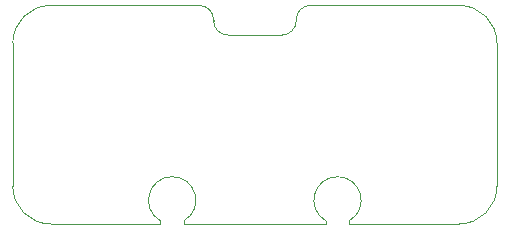
<source format=gbr>
%TF.GenerationSoftware,KiCad,Pcbnew,(6.0.2)*%
%TF.CreationDate,2022-03-13T20:14:31-04:00*%
%TF.ProjectId,Daughterboard-holder,44617567-6874-4657-9262-6f6172642d68,rev?*%
%TF.SameCoordinates,Original*%
%TF.FileFunction,Profile,NP*%
%FSLAX46Y46*%
G04 Gerber Fmt 4.6, Leading zero omitted, Abs format (unit mm)*
G04 Created by KiCad (PCBNEW (6.0.2)) date 2022-03-13 20:14:31*
%MOMM*%
%LPD*%
G01*
G04 APERTURE LIST*
%TA.AperFunction,Profile*%
%ADD10C,0.100000*%
%TD*%
G04 APERTURE END LIST*
D10*
X39250000Y-33500000D02*
X50750000Y-33500000D01*
X30500000Y-34800000D02*
X30500000Y-34700000D01*
X38700000Y-33500000D02*
G75*
G03*
X37499998Y-34699998I-3J-1199999D01*
G01*
X42000000Y-51732050D02*
X42000000Y-52000000D01*
X16700000Y-33500000D02*
X29300000Y-33500000D01*
X13500000Y-48800000D02*
G75*
G03*
X16700000Y-52000000I3199999J-1D01*
G01*
X28000000Y-52000000D02*
X40000000Y-52000000D01*
X50750000Y-33500000D02*
X51300000Y-33500000D01*
X13500000Y-48800000D02*
X13500000Y-36700000D01*
X16700000Y-33500000D02*
G75*
G03*
X13500000Y-36700000I-1J-3199999D01*
G01*
X42000000Y-51732050D02*
G75*
G03*
X40000001Y-51732050I-1000000J1732050D01*
G01*
X42000000Y-52000000D02*
X51300000Y-52000000D01*
X30500000Y-34700000D02*
G75*
G03*
X29300000Y-33500000I-1200000J0D01*
G01*
X39250000Y-33500000D02*
X38700000Y-33500000D01*
X36300000Y-36000000D02*
X31700000Y-36000000D01*
X28000000Y-51732050D02*
G75*
G03*
X26000001Y-51732050I-1000000J1732050D01*
G01*
X28000000Y-51732050D02*
X28000000Y-52000000D01*
X40000000Y-52000000D02*
X40000000Y-51732050D01*
X51300000Y-52000000D02*
G75*
G03*
X54500000Y-48800000I1J3199999D01*
G01*
X26000000Y-52000000D02*
X26000000Y-51732050D01*
X36300000Y-36000000D02*
G75*
G03*
X37500000Y-34800000I0J1200000D01*
G01*
X54500000Y-36700000D02*
G75*
G03*
X51300000Y-33500000I-3199999J1D01*
G01*
X37500000Y-34700000D02*
X37500000Y-34800000D01*
X30500000Y-34800000D02*
G75*
G03*
X31700000Y-36000000I1200000J0D01*
G01*
X54500000Y-36700000D02*
X54500000Y-48800000D01*
X16700000Y-52000000D02*
X26000000Y-52000000D01*
M02*

</source>
